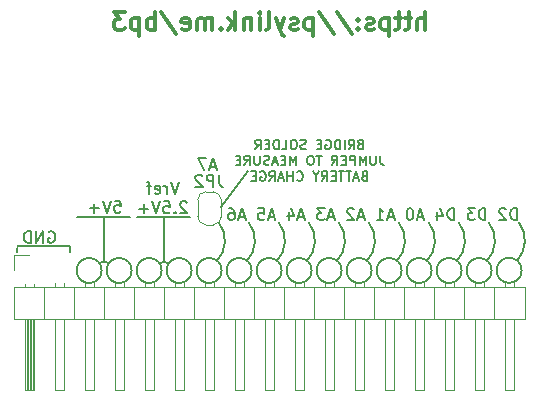
<source format=gbr>
G04 #@! TF.GenerationSoftware,KiCad,Pcbnew,5.1.5+dfsg1-2build2*
G04 #@! TF.CreationDate,2021-06-15T05:04:22+02:00*
G04 #@! TF.ProjectId,circuit9,63697263-7569-4743-992e-6b696361645f,rev?*
G04 #@! TF.SameCoordinates,Original*
G04 #@! TF.FileFunction,Legend,Bot*
G04 #@! TF.FilePolarity,Positive*
%FSLAX46Y46*%
G04 Gerber Fmt 4.6, Leading zero omitted, Abs format (unit mm)*
G04 Created by KiCad (PCBNEW 5.1.5+dfsg1-2build2) date 2021-06-15 05:04:22*
%MOMM*%
%LPD*%
G04 APERTURE LIST*
%ADD10C,0.150000*%
%ADD11C,0.200000*%
%ADD12C,0.300000*%
%ADD13C,0.120000*%
%ADD14O,1.700000X1.700000*%
%ADD15R,1.700000X1.700000*%
%ADD16R,6.000000X3.000000*%
%ADD17C,0.100000*%
G04 APERTURE END LIST*
D10*
X37473944Y-52386726D02*
G75*
G02X38201600Y-52374800I372056J-496074D01*
G01*
X32398973Y-52342630D02*
G75*
G02X33172399Y-52374801I367027J-489370D01*
G01*
X42713080Y-52984400D02*
G75*
G03X42713080Y-52984400I-1057080J0D01*
G01*
X42471511Y-48912673D02*
G75*
G02X42316399Y-52181320I-2034711J-1541448D01*
G01*
X32553080Y-52984400D02*
G75*
G03X32553080Y-52984400I-1057080J0D01*
G01*
X37633080Y-52984400D02*
G75*
G03X37633080Y-52984400I-1057080J0D01*
G01*
X35093080Y-52984400D02*
G75*
G03X35093080Y-52984400I-1057080J0D01*
G01*
X40173080Y-52984400D02*
G75*
G03X40173080Y-52984400I-1057080J0D01*
G01*
X45253080Y-52984400D02*
G75*
G03X45253080Y-52984400I-1057080J0D01*
G01*
X45011511Y-48912673D02*
G75*
G02X44856399Y-52181320I-2034711J-1541448D01*
G01*
X47793080Y-52984400D02*
G75*
G03X47793080Y-52984400I-1057080J0D01*
G01*
X47551511Y-48912673D02*
G75*
G02X47396399Y-52181320I-2034711J-1541448D01*
G01*
X50333080Y-52984400D02*
G75*
G03X50333080Y-52984400I-1057080J0D01*
G01*
X50091511Y-48912673D02*
G75*
G02X49936399Y-52181320I-2034711J-1541448D01*
G01*
X52873080Y-52984400D02*
G75*
G03X52873080Y-52984400I-1057080J0D01*
G01*
X52631511Y-48912673D02*
G75*
G02X52476399Y-52181320I-2034711J-1541448D01*
G01*
X55413080Y-52984400D02*
G75*
G03X55413080Y-52984400I-1057080J0D01*
G01*
X55171511Y-48912673D02*
G75*
G02X55016399Y-52181320I-2034711J-1541448D01*
G01*
X57953080Y-52984400D02*
G75*
G03X57953080Y-52984400I-1057080J0D01*
G01*
X57711511Y-48912673D02*
G75*
G02X57556399Y-52181320I-2034711J-1541448D01*
G01*
X60493080Y-52984400D02*
G75*
G03X60493080Y-52984400I-1057080J0D01*
G01*
X60251511Y-48912673D02*
G75*
G02X60096399Y-52181320I-2034711J-1541448D01*
G01*
X63033080Y-52984400D02*
G75*
G03X63033080Y-52984400I-1057080J0D01*
G01*
X62791511Y-48912673D02*
G75*
G02X62636399Y-52181320I-2034711J-1541448D01*
G01*
X65573080Y-52984400D02*
G75*
G03X65573080Y-52984400I-1057080J0D01*
G01*
X65331511Y-48912673D02*
G75*
G02X65176399Y-52181320I-2034711J-1541448D01*
G01*
X67871511Y-48902952D02*
G75*
G02X67716399Y-52171599I-2034711J-1541448D01*
G01*
X68113080Y-52974679D02*
G75*
G03X68113080Y-52974679I-1057080J0D01*
G01*
X44958000Y-44577000D02*
X42682160Y-47650400D01*
X54450714Y-42280857D02*
X54336428Y-42318952D01*
X54298333Y-42357047D01*
X54260238Y-42433238D01*
X54260238Y-42547523D01*
X54298333Y-42623714D01*
X54336428Y-42661809D01*
X54412619Y-42699904D01*
X54717380Y-42699904D01*
X54717380Y-41899904D01*
X54450714Y-41899904D01*
X54374523Y-41938000D01*
X54336428Y-41976095D01*
X54298333Y-42052285D01*
X54298333Y-42128476D01*
X54336428Y-42204666D01*
X54374523Y-42242761D01*
X54450714Y-42280857D01*
X54717380Y-42280857D01*
X53460238Y-42699904D02*
X53726904Y-42318952D01*
X53917380Y-42699904D02*
X53917380Y-41899904D01*
X53612619Y-41899904D01*
X53536428Y-41938000D01*
X53498333Y-41976095D01*
X53460238Y-42052285D01*
X53460238Y-42166571D01*
X53498333Y-42242761D01*
X53536428Y-42280857D01*
X53612619Y-42318952D01*
X53917380Y-42318952D01*
X53117380Y-42699904D02*
X53117380Y-41899904D01*
X52736428Y-42699904D02*
X52736428Y-41899904D01*
X52545952Y-41899904D01*
X52431666Y-41938000D01*
X52355476Y-42014190D01*
X52317380Y-42090380D01*
X52279285Y-42242761D01*
X52279285Y-42357047D01*
X52317380Y-42509428D01*
X52355476Y-42585619D01*
X52431666Y-42661809D01*
X52545952Y-42699904D01*
X52736428Y-42699904D01*
X51517380Y-41938000D02*
X51593571Y-41899904D01*
X51707857Y-41899904D01*
X51822142Y-41938000D01*
X51898333Y-42014190D01*
X51936428Y-42090380D01*
X51974523Y-42242761D01*
X51974523Y-42357047D01*
X51936428Y-42509428D01*
X51898333Y-42585619D01*
X51822142Y-42661809D01*
X51707857Y-42699904D01*
X51631666Y-42699904D01*
X51517380Y-42661809D01*
X51479285Y-42623714D01*
X51479285Y-42357047D01*
X51631666Y-42357047D01*
X51136428Y-42280857D02*
X50869761Y-42280857D01*
X50755476Y-42699904D02*
X51136428Y-42699904D01*
X51136428Y-41899904D01*
X50755476Y-41899904D01*
X49841190Y-42661809D02*
X49726904Y-42699904D01*
X49536428Y-42699904D01*
X49460238Y-42661809D01*
X49422142Y-42623714D01*
X49384047Y-42547523D01*
X49384047Y-42471333D01*
X49422142Y-42395142D01*
X49460238Y-42357047D01*
X49536428Y-42318952D01*
X49688809Y-42280857D01*
X49765000Y-42242761D01*
X49803095Y-42204666D01*
X49841190Y-42128476D01*
X49841190Y-42052285D01*
X49803095Y-41976095D01*
X49765000Y-41938000D01*
X49688809Y-41899904D01*
X49498333Y-41899904D01*
X49384047Y-41938000D01*
X48888809Y-41899904D02*
X48736428Y-41899904D01*
X48660238Y-41938000D01*
X48584047Y-42014190D01*
X48545952Y-42166571D01*
X48545952Y-42433238D01*
X48584047Y-42585619D01*
X48660238Y-42661809D01*
X48736428Y-42699904D01*
X48888809Y-42699904D01*
X48965000Y-42661809D01*
X49041190Y-42585619D01*
X49079285Y-42433238D01*
X49079285Y-42166571D01*
X49041190Y-42014190D01*
X48965000Y-41938000D01*
X48888809Y-41899904D01*
X47822142Y-42699904D02*
X48203095Y-42699904D01*
X48203095Y-41899904D01*
X47555476Y-42699904D02*
X47555476Y-41899904D01*
X47365000Y-41899904D01*
X47250714Y-41938000D01*
X47174523Y-42014190D01*
X47136428Y-42090380D01*
X47098333Y-42242761D01*
X47098333Y-42357047D01*
X47136428Y-42509428D01*
X47174523Y-42585619D01*
X47250714Y-42661809D01*
X47365000Y-42699904D01*
X47555476Y-42699904D01*
X46755476Y-42280857D02*
X46488809Y-42280857D01*
X46374523Y-42699904D02*
X46755476Y-42699904D01*
X46755476Y-41899904D01*
X46374523Y-41899904D01*
X45574523Y-42699904D02*
X45841190Y-42318952D01*
X46031666Y-42699904D02*
X46031666Y-41899904D01*
X45726904Y-41899904D01*
X45650714Y-41938000D01*
X45612619Y-41976095D01*
X45574523Y-42052285D01*
X45574523Y-42166571D01*
X45612619Y-42242761D01*
X45650714Y-42280857D01*
X45726904Y-42318952D01*
X46031666Y-42318952D01*
X56145952Y-43249904D02*
X56145952Y-43821333D01*
X56184047Y-43935619D01*
X56260238Y-44011809D01*
X56374523Y-44049904D01*
X56450714Y-44049904D01*
X55765000Y-43249904D02*
X55765000Y-43897523D01*
X55726904Y-43973714D01*
X55688809Y-44011809D01*
X55612619Y-44049904D01*
X55460238Y-44049904D01*
X55384047Y-44011809D01*
X55345952Y-43973714D01*
X55307857Y-43897523D01*
X55307857Y-43249904D01*
X54926904Y-44049904D02*
X54926904Y-43249904D01*
X54660238Y-43821333D01*
X54393571Y-43249904D01*
X54393571Y-44049904D01*
X54012619Y-44049904D02*
X54012619Y-43249904D01*
X53707857Y-43249904D01*
X53631666Y-43288000D01*
X53593571Y-43326095D01*
X53555476Y-43402285D01*
X53555476Y-43516571D01*
X53593571Y-43592761D01*
X53631666Y-43630857D01*
X53707857Y-43668952D01*
X54012619Y-43668952D01*
X53212619Y-43630857D02*
X52945952Y-43630857D01*
X52831666Y-44049904D02*
X53212619Y-44049904D01*
X53212619Y-43249904D01*
X52831666Y-43249904D01*
X52031666Y-44049904D02*
X52298333Y-43668952D01*
X52488809Y-44049904D02*
X52488809Y-43249904D01*
X52184047Y-43249904D01*
X52107857Y-43288000D01*
X52069761Y-43326095D01*
X52031666Y-43402285D01*
X52031666Y-43516571D01*
X52069761Y-43592761D01*
X52107857Y-43630857D01*
X52184047Y-43668952D01*
X52488809Y-43668952D01*
X51193571Y-43249904D02*
X50736428Y-43249904D01*
X50965000Y-44049904D02*
X50965000Y-43249904D01*
X50317380Y-43249904D02*
X50165000Y-43249904D01*
X50088809Y-43288000D01*
X50012619Y-43364190D01*
X49974523Y-43516571D01*
X49974523Y-43783238D01*
X50012619Y-43935619D01*
X50088809Y-44011809D01*
X50165000Y-44049904D01*
X50317380Y-44049904D01*
X50393571Y-44011809D01*
X50469761Y-43935619D01*
X50507857Y-43783238D01*
X50507857Y-43516571D01*
X50469761Y-43364190D01*
X50393571Y-43288000D01*
X50317380Y-43249904D01*
X49022142Y-44049904D02*
X49022142Y-43249904D01*
X48755476Y-43821333D01*
X48488809Y-43249904D01*
X48488809Y-44049904D01*
X48107857Y-43630857D02*
X47841190Y-43630857D01*
X47726904Y-44049904D02*
X48107857Y-44049904D01*
X48107857Y-43249904D01*
X47726904Y-43249904D01*
X47422142Y-43821333D02*
X47041190Y-43821333D01*
X47498333Y-44049904D02*
X47231666Y-43249904D01*
X46965000Y-44049904D01*
X46736428Y-44011809D02*
X46622142Y-44049904D01*
X46431666Y-44049904D01*
X46355476Y-44011809D01*
X46317380Y-43973714D01*
X46279285Y-43897523D01*
X46279285Y-43821333D01*
X46317380Y-43745142D01*
X46355476Y-43707047D01*
X46431666Y-43668952D01*
X46584047Y-43630857D01*
X46660238Y-43592761D01*
X46698333Y-43554666D01*
X46736428Y-43478476D01*
X46736428Y-43402285D01*
X46698333Y-43326095D01*
X46660238Y-43288000D01*
X46584047Y-43249904D01*
X46393571Y-43249904D01*
X46279285Y-43288000D01*
X45936428Y-43249904D02*
X45936428Y-43897523D01*
X45898333Y-43973714D01*
X45860238Y-44011809D01*
X45784047Y-44049904D01*
X45631666Y-44049904D01*
X45555476Y-44011809D01*
X45517380Y-43973714D01*
X45479285Y-43897523D01*
X45479285Y-43249904D01*
X44641190Y-44049904D02*
X44907857Y-43668952D01*
X45098333Y-44049904D02*
X45098333Y-43249904D01*
X44793571Y-43249904D01*
X44717380Y-43288000D01*
X44679285Y-43326095D01*
X44641190Y-43402285D01*
X44641190Y-43516571D01*
X44679285Y-43592761D01*
X44717380Y-43630857D01*
X44793571Y-43668952D01*
X45098333Y-43668952D01*
X44298333Y-43630857D02*
X44031666Y-43630857D01*
X43917380Y-44049904D02*
X44298333Y-44049904D01*
X44298333Y-43249904D01*
X43917380Y-43249904D01*
X54793571Y-44980857D02*
X54679285Y-45018952D01*
X54641190Y-45057047D01*
X54603095Y-45133238D01*
X54603095Y-45247523D01*
X54641190Y-45323714D01*
X54679285Y-45361809D01*
X54755476Y-45399904D01*
X55060238Y-45399904D01*
X55060238Y-44599904D01*
X54793571Y-44599904D01*
X54717380Y-44638000D01*
X54679285Y-44676095D01*
X54641190Y-44752285D01*
X54641190Y-44828476D01*
X54679285Y-44904666D01*
X54717380Y-44942761D01*
X54793571Y-44980857D01*
X55060238Y-44980857D01*
X54298333Y-45171333D02*
X53917380Y-45171333D01*
X54374523Y-45399904D02*
X54107857Y-44599904D01*
X53841190Y-45399904D01*
X53688809Y-44599904D02*
X53231666Y-44599904D01*
X53460238Y-45399904D02*
X53460238Y-44599904D01*
X53079285Y-44599904D02*
X52622142Y-44599904D01*
X52850714Y-45399904D02*
X52850714Y-44599904D01*
X52355476Y-44980857D02*
X52088809Y-44980857D01*
X51974523Y-45399904D02*
X52355476Y-45399904D01*
X52355476Y-44599904D01*
X51974523Y-44599904D01*
X51174523Y-45399904D02*
X51441190Y-45018952D01*
X51631666Y-45399904D02*
X51631666Y-44599904D01*
X51326904Y-44599904D01*
X51250714Y-44638000D01*
X51212619Y-44676095D01*
X51174523Y-44752285D01*
X51174523Y-44866571D01*
X51212619Y-44942761D01*
X51250714Y-44980857D01*
X51326904Y-45018952D01*
X51631666Y-45018952D01*
X50679285Y-45018952D02*
X50679285Y-45399904D01*
X50945952Y-44599904D02*
X50679285Y-45018952D01*
X50412619Y-44599904D01*
X49079285Y-45323714D02*
X49117380Y-45361809D01*
X49231666Y-45399904D01*
X49307857Y-45399904D01*
X49422142Y-45361809D01*
X49498333Y-45285619D01*
X49536428Y-45209428D01*
X49574523Y-45057047D01*
X49574523Y-44942761D01*
X49536428Y-44790380D01*
X49498333Y-44714190D01*
X49422142Y-44638000D01*
X49307857Y-44599904D01*
X49231666Y-44599904D01*
X49117380Y-44638000D01*
X49079285Y-44676095D01*
X48736428Y-45399904D02*
X48736428Y-44599904D01*
X48736428Y-44980857D02*
X48279285Y-44980857D01*
X48279285Y-45399904D02*
X48279285Y-44599904D01*
X47936428Y-45171333D02*
X47555476Y-45171333D01*
X48012619Y-45399904D02*
X47745952Y-44599904D01*
X47479285Y-45399904D01*
X46755476Y-45399904D02*
X47022142Y-45018952D01*
X47212619Y-45399904D02*
X47212619Y-44599904D01*
X46907857Y-44599904D01*
X46831666Y-44638000D01*
X46793571Y-44676095D01*
X46755476Y-44752285D01*
X46755476Y-44866571D01*
X46793571Y-44942761D01*
X46831666Y-44980857D01*
X46907857Y-45018952D01*
X47212619Y-45018952D01*
X45993571Y-44638000D02*
X46069761Y-44599904D01*
X46184047Y-44599904D01*
X46298333Y-44638000D01*
X46374523Y-44714190D01*
X46412619Y-44790380D01*
X46450714Y-44942761D01*
X46450714Y-45057047D01*
X46412619Y-45209428D01*
X46374523Y-45285619D01*
X46298333Y-45361809D01*
X46184047Y-45399904D01*
X46107857Y-45399904D01*
X45993571Y-45361809D01*
X45955476Y-45323714D01*
X45955476Y-45057047D01*
X46107857Y-45057047D01*
X45612619Y-44980857D02*
X45345952Y-44980857D01*
X45231666Y-45399904D02*
X45612619Y-45399904D01*
X45612619Y-44599904D01*
X45231666Y-44599904D01*
D11*
X42228045Y-44207726D02*
X41751855Y-44207726D01*
X42323283Y-44493440D02*
X41989950Y-43493440D01*
X41656617Y-44493440D01*
X41418521Y-43493440D02*
X40751855Y-43493440D01*
X41180426Y-44493440D01*
X67708666Y-48703333D02*
X67708666Y-47723333D01*
X67475333Y-47723333D01*
X67335333Y-47770000D01*
X67242000Y-47863333D01*
X67195333Y-47956666D01*
X67148666Y-48143333D01*
X67148666Y-48283333D01*
X67195333Y-48470000D01*
X67242000Y-48563333D01*
X67335333Y-48656666D01*
X67475333Y-48703333D01*
X67708666Y-48703333D01*
X66775333Y-47816666D02*
X66728666Y-47770000D01*
X66635333Y-47723333D01*
X66402000Y-47723333D01*
X66308666Y-47770000D01*
X66262000Y-47816666D01*
X66215333Y-47910000D01*
X66215333Y-48003333D01*
X66262000Y-48143333D01*
X66822000Y-48703333D01*
X66215333Y-48703333D01*
X65048666Y-48703333D02*
X65048666Y-47723333D01*
X64815333Y-47723333D01*
X64675333Y-47770000D01*
X64582000Y-47863333D01*
X64535333Y-47956666D01*
X64488666Y-48143333D01*
X64488666Y-48283333D01*
X64535333Y-48470000D01*
X64582000Y-48563333D01*
X64675333Y-48656666D01*
X64815333Y-48703333D01*
X65048666Y-48703333D01*
X64162000Y-47723333D02*
X63555333Y-47723333D01*
X63882000Y-48096666D01*
X63742000Y-48096666D01*
X63648666Y-48143333D01*
X63602000Y-48190000D01*
X63555333Y-48283333D01*
X63555333Y-48516666D01*
X63602000Y-48610000D01*
X63648666Y-48656666D01*
X63742000Y-48703333D01*
X64022000Y-48703333D01*
X64115333Y-48656666D01*
X64162000Y-48610000D01*
X62388666Y-48703333D02*
X62388666Y-47723333D01*
X62155333Y-47723333D01*
X62015333Y-47770000D01*
X61922000Y-47863333D01*
X61875333Y-47956666D01*
X61828666Y-48143333D01*
X61828666Y-48283333D01*
X61875333Y-48470000D01*
X61922000Y-48563333D01*
X62015333Y-48656666D01*
X62155333Y-48703333D01*
X62388666Y-48703333D01*
X60988666Y-48050000D02*
X60988666Y-48703333D01*
X61222000Y-47676666D02*
X61455333Y-48376666D01*
X60848666Y-48376666D01*
X59775333Y-48423333D02*
X59308666Y-48423333D01*
X59868666Y-48703333D02*
X59542000Y-47723333D01*
X59215333Y-48703333D01*
X58702000Y-47723333D02*
X58608666Y-47723333D01*
X58515333Y-47770000D01*
X58468666Y-47816666D01*
X58422000Y-47910000D01*
X58375333Y-48096666D01*
X58375333Y-48330000D01*
X58422000Y-48516666D01*
X58468666Y-48610000D01*
X58515333Y-48656666D01*
X58608666Y-48703333D01*
X58702000Y-48703333D01*
X58795333Y-48656666D01*
X58842000Y-48610000D01*
X58888666Y-48516666D01*
X58935333Y-48330000D01*
X58935333Y-48096666D01*
X58888666Y-47910000D01*
X58842000Y-47816666D01*
X58795333Y-47770000D01*
X58702000Y-47723333D01*
X57255333Y-48423333D02*
X56788666Y-48423333D01*
X57348666Y-48703333D02*
X57022000Y-47723333D01*
X56695333Y-48703333D01*
X55855333Y-48703333D02*
X56415333Y-48703333D01*
X56135333Y-48703333D02*
X56135333Y-47723333D01*
X56228666Y-47863333D01*
X56322000Y-47956666D01*
X56415333Y-48003333D01*
X54735333Y-48423333D02*
X54268666Y-48423333D01*
X54828666Y-48703333D02*
X54502000Y-47723333D01*
X54175333Y-48703333D01*
X53895333Y-47816666D02*
X53848666Y-47770000D01*
X53755333Y-47723333D01*
X53522000Y-47723333D01*
X53428666Y-47770000D01*
X53382000Y-47816666D01*
X53335333Y-47910000D01*
X53335333Y-48003333D01*
X53382000Y-48143333D01*
X53942000Y-48703333D01*
X53335333Y-48703333D01*
X52215333Y-48423333D02*
X51748666Y-48423333D01*
X52308666Y-48703333D02*
X51982000Y-47723333D01*
X51655333Y-48703333D01*
X51422000Y-47723333D02*
X50815333Y-47723333D01*
X51142000Y-48096666D01*
X51002000Y-48096666D01*
X50908666Y-48143333D01*
X50862000Y-48190000D01*
X50815333Y-48283333D01*
X50815333Y-48516666D01*
X50862000Y-48610000D01*
X50908666Y-48656666D01*
X51002000Y-48703333D01*
X51282000Y-48703333D01*
X51375333Y-48656666D01*
X51422000Y-48610000D01*
X49695333Y-48423333D02*
X49228666Y-48423333D01*
X49788666Y-48703333D02*
X49462000Y-47723333D01*
X49135333Y-48703333D01*
X48388666Y-48050000D02*
X48388666Y-48703333D01*
X48622000Y-47676666D02*
X48855333Y-48376666D01*
X48248666Y-48376666D01*
X47175333Y-48423333D02*
X46708666Y-48423333D01*
X47268666Y-48703333D02*
X46942000Y-47723333D01*
X46615333Y-48703333D01*
X45822000Y-47723333D02*
X46288666Y-47723333D01*
X46335333Y-48190000D01*
X46288666Y-48143333D01*
X46195333Y-48096666D01*
X45962000Y-48096666D01*
X45868666Y-48143333D01*
X45822000Y-48190000D01*
X45775333Y-48283333D01*
X45775333Y-48516666D01*
X45822000Y-48610000D01*
X45868666Y-48656666D01*
X45962000Y-48703333D01*
X46195333Y-48703333D01*
X46288666Y-48656666D01*
X46335333Y-48610000D01*
X44655333Y-48423333D02*
X44188666Y-48423333D01*
X44748666Y-48703333D02*
X44422000Y-47723333D01*
X44095333Y-48703333D01*
X43348666Y-47723333D02*
X43535333Y-47723333D01*
X43628666Y-47770000D01*
X43675333Y-47816666D01*
X43768666Y-47956666D01*
X43815333Y-48143333D01*
X43815333Y-48516666D01*
X43768666Y-48610000D01*
X43722000Y-48656666D01*
X43628666Y-48703333D01*
X43442000Y-48703333D01*
X43348666Y-48656666D01*
X43302000Y-48610000D01*
X43255333Y-48516666D01*
X43255333Y-48283333D01*
X43302000Y-48190000D01*
X43348666Y-48143333D01*
X43442000Y-48096666D01*
X43628666Y-48096666D01*
X43722000Y-48143333D01*
X43768666Y-48190000D01*
X43815333Y-48283333D01*
D12*
X59929657Y-32631771D02*
X59929657Y-31131771D01*
X59286800Y-32631771D02*
X59286800Y-31846057D01*
X59358228Y-31703200D01*
X59501085Y-31631771D01*
X59715371Y-31631771D01*
X59858228Y-31703200D01*
X59929657Y-31774628D01*
X58786800Y-31631771D02*
X58215371Y-31631771D01*
X58572514Y-31131771D02*
X58572514Y-32417485D01*
X58501085Y-32560342D01*
X58358228Y-32631771D01*
X58215371Y-32631771D01*
X57929657Y-31631771D02*
X57358228Y-31631771D01*
X57715371Y-31131771D02*
X57715371Y-32417485D01*
X57643942Y-32560342D01*
X57501085Y-32631771D01*
X57358228Y-32631771D01*
X56858228Y-31631771D02*
X56858228Y-33131771D01*
X56858228Y-31703200D02*
X56715371Y-31631771D01*
X56429657Y-31631771D01*
X56286800Y-31703200D01*
X56215371Y-31774628D01*
X56143942Y-31917485D01*
X56143942Y-32346057D01*
X56215371Y-32488914D01*
X56286800Y-32560342D01*
X56429657Y-32631771D01*
X56715371Y-32631771D01*
X56858228Y-32560342D01*
X55572514Y-32560342D02*
X55429657Y-32631771D01*
X55143942Y-32631771D01*
X55001085Y-32560342D01*
X54929657Y-32417485D01*
X54929657Y-32346057D01*
X55001085Y-32203200D01*
X55143942Y-32131771D01*
X55358228Y-32131771D01*
X55501085Y-32060342D01*
X55572514Y-31917485D01*
X55572514Y-31846057D01*
X55501085Y-31703200D01*
X55358228Y-31631771D01*
X55143942Y-31631771D01*
X55001085Y-31703200D01*
X54286800Y-32488914D02*
X54215371Y-32560342D01*
X54286800Y-32631771D01*
X54358228Y-32560342D01*
X54286800Y-32488914D01*
X54286800Y-32631771D01*
X54286800Y-31703200D02*
X54215371Y-31774628D01*
X54286800Y-31846057D01*
X54358228Y-31774628D01*
X54286800Y-31703200D01*
X54286800Y-31846057D01*
X52501085Y-31060342D02*
X53786800Y-32988914D01*
X50929657Y-31060342D02*
X52215371Y-32988914D01*
X50429657Y-31631771D02*
X50429657Y-33131771D01*
X50429657Y-31703200D02*
X50286800Y-31631771D01*
X50001085Y-31631771D01*
X49858228Y-31703200D01*
X49786800Y-31774628D01*
X49715371Y-31917485D01*
X49715371Y-32346057D01*
X49786800Y-32488914D01*
X49858228Y-32560342D01*
X50001085Y-32631771D01*
X50286800Y-32631771D01*
X50429657Y-32560342D01*
X49143942Y-32560342D02*
X49001085Y-32631771D01*
X48715371Y-32631771D01*
X48572514Y-32560342D01*
X48501085Y-32417485D01*
X48501085Y-32346057D01*
X48572514Y-32203200D01*
X48715371Y-32131771D01*
X48929657Y-32131771D01*
X49072514Y-32060342D01*
X49143942Y-31917485D01*
X49143942Y-31846057D01*
X49072514Y-31703200D01*
X48929657Y-31631771D01*
X48715371Y-31631771D01*
X48572514Y-31703200D01*
X48001085Y-31631771D02*
X47643942Y-32631771D01*
X47286800Y-31631771D02*
X47643942Y-32631771D01*
X47786800Y-32988914D01*
X47858228Y-33060342D01*
X48001085Y-33131771D01*
X46501085Y-32631771D02*
X46643942Y-32560342D01*
X46715371Y-32417485D01*
X46715371Y-31131771D01*
X45929657Y-32631771D02*
X45929657Y-31631771D01*
X45929657Y-31131771D02*
X46001085Y-31203200D01*
X45929657Y-31274628D01*
X45858228Y-31203200D01*
X45929657Y-31131771D01*
X45929657Y-31274628D01*
X45215371Y-31631771D02*
X45215371Y-32631771D01*
X45215371Y-31774628D02*
X45143942Y-31703200D01*
X45001085Y-31631771D01*
X44786800Y-31631771D01*
X44643942Y-31703200D01*
X44572514Y-31846057D01*
X44572514Y-32631771D01*
X43858228Y-32631771D02*
X43858228Y-31131771D01*
X43715371Y-32060342D02*
X43286800Y-32631771D01*
X43286800Y-31631771D02*
X43858228Y-32203200D01*
X42643942Y-32488914D02*
X42572514Y-32560342D01*
X42643942Y-32631771D01*
X42715371Y-32560342D01*
X42643942Y-32488914D01*
X42643942Y-32631771D01*
X41929657Y-32631771D02*
X41929657Y-31631771D01*
X41929657Y-31774628D02*
X41858228Y-31703200D01*
X41715371Y-31631771D01*
X41501085Y-31631771D01*
X41358228Y-31703200D01*
X41286800Y-31846057D01*
X41286800Y-32631771D01*
X41286800Y-31846057D02*
X41215371Y-31703200D01*
X41072514Y-31631771D01*
X40858228Y-31631771D01*
X40715371Y-31703200D01*
X40643942Y-31846057D01*
X40643942Y-32631771D01*
X39358228Y-32560342D02*
X39501085Y-32631771D01*
X39786800Y-32631771D01*
X39929657Y-32560342D01*
X40001085Y-32417485D01*
X40001085Y-31846057D01*
X39929657Y-31703200D01*
X39786800Y-31631771D01*
X39501085Y-31631771D01*
X39358228Y-31703200D01*
X39286800Y-31846057D01*
X39286800Y-31988914D01*
X40001085Y-32131771D01*
X37572514Y-31060342D02*
X38858228Y-32988914D01*
X37072514Y-32631771D02*
X37072514Y-31131771D01*
X37072514Y-31703200D02*
X36929657Y-31631771D01*
X36643942Y-31631771D01*
X36501085Y-31703200D01*
X36429657Y-31774628D01*
X36358228Y-31917485D01*
X36358228Y-32346057D01*
X36429657Y-32488914D01*
X36501085Y-32560342D01*
X36643942Y-32631771D01*
X36929657Y-32631771D01*
X37072514Y-32560342D01*
X35715371Y-31631771D02*
X35715371Y-33131771D01*
X35715371Y-31703200D02*
X35572514Y-31631771D01*
X35286800Y-31631771D01*
X35143942Y-31703200D01*
X35072514Y-31774628D01*
X35001085Y-31917485D01*
X35001085Y-32346057D01*
X35072514Y-32488914D01*
X35143942Y-32560342D01*
X35286800Y-32631771D01*
X35572514Y-32631771D01*
X35715371Y-32560342D01*
X34501085Y-31131771D02*
X33572514Y-31131771D01*
X34072514Y-31703200D01*
X33858228Y-31703200D01*
X33715371Y-31774628D01*
X33643942Y-31846057D01*
X33572514Y-31988914D01*
X33572514Y-32346057D01*
X33643942Y-32488914D01*
X33715371Y-32560342D01*
X33858228Y-32631771D01*
X34286800Y-32631771D01*
X34429657Y-32560342D01*
X34501085Y-32488914D01*
D10*
X28066904Y-49690400D02*
X28162142Y-49642780D01*
X28305000Y-49642780D01*
X28447857Y-49690400D01*
X28543095Y-49785638D01*
X28590714Y-49880876D01*
X28638333Y-50071352D01*
X28638333Y-50214209D01*
X28590714Y-50404685D01*
X28543095Y-50499923D01*
X28447857Y-50595161D01*
X28305000Y-50642780D01*
X28209761Y-50642780D01*
X28066904Y-50595161D01*
X28019285Y-50547542D01*
X28019285Y-50214209D01*
X28209761Y-50214209D01*
X27590714Y-50642780D02*
X27590714Y-49642780D01*
X27019285Y-50642780D01*
X27019285Y-49642780D01*
X26543095Y-50642780D02*
X26543095Y-49642780D01*
X26305000Y-49642780D01*
X26162142Y-49690400D01*
X26066904Y-49785638D01*
X26019285Y-49880876D01*
X25971666Y-50071352D01*
X25971666Y-50214209D01*
X26019285Y-50404685D01*
X26066904Y-50499923D01*
X26162142Y-50595161D01*
X26305000Y-50642780D01*
X26543095Y-50642780D01*
X39076142Y-45490380D02*
X38742809Y-46490380D01*
X38409476Y-45490380D01*
X38076142Y-46490380D02*
X38076142Y-45823714D01*
X38076142Y-46014190D02*
X38028523Y-45918952D01*
X37980904Y-45871333D01*
X37885666Y-45823714D01*
X37790428Y-45823714D01*
X37076142Y-46442761D02*
X37171380Y-46490380D01*
X37361857Y-46490380D01*
X37457095Y-46442761D01*
X37504714Y-46347523D01*
X37504714Y-45966571D01*
X37457095Y-45871333D01*
X37361857Y-45823714D01*
X37171380Y-45823714D01*
X37076142Y-45871333D01*
X37028523Y-45966571D01*
X37028523Y-46061809D01*
X37504714Y-46157047D01*
X36742809Y-45823714D02*
X36361857Y-45823714D01*
X36599952Y-46490380D02*
X36599952Y-45633238D01*
X36552333Y-45538000D01*
X36457095Y-45490380D01*
X36361857Y-45490380D01*
X39766619Y-47235619D02*
X39719000Y-47188000D01*
X39623761Y-47140380D01*
X39385666Y-47140380D01*
X39290428Y-47188000D01*
X39242809Y-47235619D01*
X39195190Y-47330857D01*
X39195190Y-47426095D01*
X39242809Y-47568952D01*
X39814238Y-48140380D01*
X39195190Y-48140380D01*
X38766619Y-48045142D02*
X38719000Y-48092761D01*
X38766619Y-48140380D01*
X38814238Y-48092761D01*
X38766619Y-48045142D01*
X38766619Y-48140380D01*
X37814238Y-47140380D02*
X38290428Y-47140380D01*
X38338047Y-47616571D01*
X38290428Y-47568952D01*
X38195190Y-47521333D01*
X37957095Y-47521333D01*
X37861857Y-47568952D01*
X37814238Y-47616571D01*
X37766619Y-47711809D01*
X37766619Y-47949904D01*
X37814238Y-48045142D01*
X37861857Y-48092761D01*
X37957095Y-48140380D01*
X38195190Y-48140380D01*
X38290428Y-48092761D01*
X38338047Y-48045142D01*
X37480904Y-47140380D02*
X37147571Y-48140380D01*
X36814238Y-47140380D01*
X36480904Y-47759428D02*
X35719000Y-47759428D01*
X36099952Y-48140380D02*
X36099952Y-47378476D01*
X33651723Y-47077380D02*
X34127914Y-47077380D01*
X34175533Y-47553571D01*
X34127914Y-47505952D01*
X34032676Y-47458333D01*
X33794580Y-47458333D01*
X33699342Y-47505952D01*
X33651723Y-47553571D01*
X33604104Y-47648809D01*
X33604104Y-47886904D01*
X33651723Y-47982142D01*
X33699342Y-48029761D01*
X33794580Y-48077380D01*
X34032676Y-48077380D01*
X34127914Y-48029761D01*
X34175533Y-47982142D01*
X33318390Y-47077380D02*
X32985057Y-48077380D01*
X32651723Y-47077380D01*
X32318390Y-47696428D02*
X31556485Y-47696428D01*
X31937438Y-48077380D02*
X31937438Y-47315476D01*
X35585400Y-48425100D02*
X40030400Y-48425100D01*
X37846000Y-52273200D02*
X37846000Y-48425100D01*
X30505400Y-48425100D02*
X34950400Y-48425100D01*
X32766000Y-52222400D02*
X32766000Y-48425100D01*
X29845000Y-50952400D02*
X29845000Y-51460400D01*
X25400000Y-50952400D02*
X29845000Y-50952400D01*
X25400000Y-51460400D02*
X25400000Y-50952400D01*
D13*
X42681400Y-47016440D02*
G75*
G03X41981400Y-46316440I-700000J0D01*
G01*
X41381400Y-46316440D02*
G75*
G03X40681400Y-47016440I0J-700000D01*
G01*
X40681400Y-48416440D02*
G75*
G03X41381400Y-49116440I700000J0D01*
G01*
X41981400Y-49116440D02*
G75*
G03X42681400Y-48416440I0J700000D01*
G01*
X41381400Y-49116440D02*
X41981400Y-49116440D01*
X40681400Y-47016440D02*
X40681400Y-48416440D01*
X41981400Y-46316440D02*
X41381400Y-46316440D01*
X42681400Y-48416440D02*
X42681400Y-47016440D01*
X25153620Y-51714400D02*
X25153620Y-52984400D01*
X26423620Y-51714400D02*
X25153620Y-51714400D01*
X67443620Y-54027329D02*
X67443620Y-54424400D01*
X66683620Y-54027329D02*
X66683620Y-54424400D01*
X67443620Y-63084400D02*
X67443620Y-57084400D01*
X66683620Y-63084400D02*
X67443620Y-63084400D01*
X66683620Y-57084400D02*
X66683620Y-63084400D01*
X65793620Y-54424400D02*
X65793620Y-57084400D01*
X64903620Y-54027329D02*
X64903620Y-54424400D01*
X64143620Y-54027329D02*
X64143620Y-54424400D01*
X64903620Y-63084400D02*
X64903620Y-57084400D01*
X64143620Y-63084400D02*
X64903620Y-63084400D01*
X64143620Y-57084400D02*
X64143620Y-63084400D01*
X63253620Y-54424400D02*
X63253620Y-57084400D01*
X62363620Y-54027329D02*
X62363620Y-54424400D01*
X61603620Y-54027329D02*
X61603620Y-54424400D01*
X62363620Y-63084400D02*
X62363620Y-57084400D01*
X61603620Y-63084400D02*
X62363620Y-63084400D01*
X61603620Y-57084400D02*
X61603620Y-63084400D01*
X60713620Y-54424400D02*
X60713620Y-57084400D01*
X59823620Y-54027329D02*
X59823620Y-54424400D01*
X59063620Y-54027329D02*
X59063620Y-54424400D01*
X59823620Y-63084400D02*
X59823620Y-57084400D01*
X59063620Y-63084400D02*
X59823620Y-63084400D01*
X59063620Y-57084400D02*
X59063620Y-63084400D01*
X58173620Y-54424400D02*
X58173620Y-57084400D01*
X57283620Y-54027329D02*
X57283620Y-54424400D01*
X56523620Y-54027329D02*
X56523620Y-54424400D01*
X57283620Y-63084400D02*
X57283620Y-57084400D01*
X56523620Y-63084400D02*
X57283620Y-63084400D01*
X56523620Y-57084400D02*
X56523620Y-63084400D01*
X55633620Y-54424400D02*
X55633620Y-57084400D01*
X54743620Y-54027329D02*
X54743620Y-54424400D01*
X53983620Y-54027329D02*
X53983620Y-54424400D01*
X54743620Y-63084400D02*
X54743620Y-57084400D01*
X53983620Y-63084400D02*
X54743620Y-63084400D01*
X53983620Y-57084400D02*
X53983620Y-63084400D01*
X53093620Y-54424400D02*
X53093620Y-57084400D01*
X52203620Y-54027329D02*
X52203620Y-54424400D01*
X51443620Y-54027329D02*
X51443620Y-54424400D01*
X52203620Y-63084400D02*
X52203620Y-57084400D01*
X51443620Y-63084400D02*
X52203620Y-63084400D01*
X51443620Y-57084400D02*
X51443620Y-63084400D01*
X50553620Y-54424400D02*
X50553620Y-57084400D01*
X49663620Y-54027329D02*
X49663620Y-54424400D01*
X48903620Y-54027329D02*
X48903620Y-54424400D01*
X49663620Y-63084400D02*
X49663620Y-57084400D01*
X48903620Y-63084400D02*
X49663620Y-63084400D01*
X48903620Y-57084400D02*
X48903620Y-63084400D01*
X48013620Y-54424400D02*
X48013620Y-57084400D01*
X47123620Y-54027329D02*
X47123620Y-54424400D01*
X46363620Y-54027329D02*
X46363620Y-54424400D01*
X47123620Y-63084400D02*
X47123620Y-57084400D01*
X46363620Y-63084400D02*
X47123620Y-63084400D01*
X46363620Y-57084400D02*
X46363620Y-63084400D01*
X45473620Y-54424400D02*
X45473620Y-57084400D01*
X44583620Y-54027329D02*
X44583620Y-54424400D01*
X43823620Y-54027329D02*
X43823620Y-54424400D01*
X44583620Y-63084400D02*
X44583620Y-57084400D01*
X43823620Y-63084400D02*
X44583620Y-63084400D01*
X43823620Y-57084400D02*
X43823620Y-63084400D01*
X42933620Y-54424400D02*
X42933620Y-57084400D01*
X42043620Y-54027329D02*
X42043620Y-54424400D01*
X41283620Y-54027329D02*
X41283620Y-54424400D01*
X42043620Y-63084400D02*
X42043620Y-57084400D01*
X41283620Y-63084400D02*
X42043620Y-63084400D01*
X41283620Y-57084400D02*
X41283620Y-63084400D01*
X40393620Y-54424400D02*
X40393620Y-57084400D01*
X39503620Y-54027329D02*
X39503620Y-54424400D01*
X38743620Y-54027329D02*
X38743620Y-54424400D01*
X39503620Y-63084400D02*
X39503620Y-57084400D01*
X38743620Y-63084400D02*
X39503620Y-63084400D01*
X38743620Y-57084400D02*
X38743620Y-63084400D01*
X37853620Y-54424400D02*
X37853620Y-57084400D01*
X36963620Y-54027329D02*
X36963620Y-54424400D01*
X36203620Y-54027329D02*
X36203620Y-54424400D01*
X36963620Y-63084400D02*
X36963620Y-57084400D01*
X36203620Y-63084400D02*
X36963620Y-63084400D01*
X36203620Y-57084400D02*
X36203620Y-63084400D01*
X35313620Y-54424400D02*
X35313620Y-57084400D01*
X34423620Y-54027329D02*
X34423620Y-54424400D01*
X33663620Y-54027329D02*
X33663620Y-54424400D01*
X34423620Y-63084400D02*
X34423620Y-57084400D01*
X33663620Y-63084400D02*
X34423620Y-63084400D01*
X33663620Y-57084400D02*
X33663620Y-63084400D01*
X32773620Y-54424400D02*
X32773620Y-57084400D01*
X31883620Y-54027329D02*
X31883620Y-54424400D01*
X31123620Y-54027329D02*
X31123620Y-54424400D01*
X31883620Y-63084400D02*
X31883620Y-57084400D01*
X31123620Y-63084400D02*
X31883620Y-63084400D01*
X31123620Y-57084400D02*
X31123620Y-63084400D01*
X30233620Y-54424400D02*
X30233620Y-57084400D01*
X29343620Y-54027329D02*
X29343620Y-54424400D01*
X28583620Y-54027329D02*
X28583620Y-54424400D01*
X29343620Y-63084400D02*
X29343620Y-57084400D01*
X28583620Y-63084400D02*
X29343620Y-63084400D01*
X28583620Y-57084400D02*
X28583620Y-63084400D01*
X27693620Y-54424400D02*
X27693620Y-57084400D01*
X26803620Y-54094400D02*
X26803620Y-54424400D01*
X26043620Y-54094400D02*
X26043620Y-54424400D01*
X26703620Y-57084400D02*
X26703620Y-63084400D01*
X26583620Y-57084400D02*
X26583620Y-63084400D01*
X26463620Y-57084400D02*
X26463620Y-63084400D01*
X26343620Y-57084400D02*
X26343620Y-63084400D01*
X26223620Y-57084400D02*
X26223620Y-63084400D01*
X26103620Y-57084400D02*
X26103620Y-63084400D01*
X26803620Y-63084400D02*
X26803620Y-57084400D01*
X26043620Y-63084400D02*
X26803620Y-63084400D01*
X26043620Y-57084400D02*
X26043620Y-63084400D01*
X25093620Y-57084400D02*
X25093620Y-54424400D01*
X68393620Y-57084400D02*
X25093620Y-57084400D01*
X68393620Y-54424400D02*
X68393620Y-57084400D01*
X25093620Y-54424400D02*
X68393620Y-54424400D01*
D10*
X42489333Y-44880520D02*
X42489333Y-45594806D01*
X42536952Y-45737663D01*
X42632190Y-45832901D01*
X42775047Y-45880520D01*
X42870285Y-45880520D01*
X42013142Y-45880520D02*
X42013142Y-44880520D01*
X41632190Y-44880520D01*
X41536952Y-44928140D01*
X41489333Y-44975759D01*
X41441714Y-45070997D01*
X41441714Y-45213854D01*
X41489333Y-45309092D01*
X41536952Y-45356711D01*
X41632190Y-45404330D01*
X42013142Y-45404330D01*
X41060761Y-44975759D02*
X41013142Y-44928140D01*
X40917904Y-44880520D01*
X40679809Y-44880520D01*
X40584571Y-44928140D01*
X40536952Y-44975759D01*
X40489333Y-45070997D01*
X40489333Y-45166235D01*
X40536952Y-45309092D01*
X41108380Y-45880520D01*
X40489333Y-45880520D01*
%LPC*%
D14*
X67056000Y-50457100D03*
X64516000Y-50457100D03*
X61976000Y-50457100D03*
X59436000Y-50457100D03*
X56896000Y-50457100D03*
X54356000Y-50457100D03*
X51816000Y-50457100D03*
X49276000Y-50457100D03*
X46736000Y-50457100D03*
X44196000Y-50457100D03*
X41656000Y-50457100D03*
X39116000Y-50457100D03*
X36576000Y-50457100D03*
D15*
X34036000Y-50457100D03*
D14*
X31496000Y-50457100D03*
X67056000Y-35217100D03*
X64516000Y-35217100D03*
X61976000Y-35217100D03*
X59436000Y-35217100D03*
X56896000Y-35217100D03*
X54356000Y-35217100D03*
X51816000Y-35217100D03*
X49276000Y-35217100D03*
X46736000Y-35217100D03*
X44196000Y-35217100D03*
X41656000Y-35217100D03*
D15*
X39116000Y-35217100D03*
D14*
X36576000Y-35217100D03*
X34036000Y-35217100D03*
X31496000Y-35217100D03*
D16*
X61624400Y-27355800D03*
X32224400Y-27355800D03*
X67224400Y-27355800D03*
X26624400Y-27355800D03*
D14*
X24521160Y-40815260D03*
X24521160Y-38275260D03*
X24521160Y-35735260D03*
D17*
G36*
X42431400Y-47866440D02*
G01*
X42431400Y-48366440D01*
X42430798Y-48366440D01*
X42430798Y-48390974D01*
X42425988Y-48439805D01*
X42416416Y-48487930D01*
X42402172Y-48534885D01*
X42383395Y-48580218D01*
X42360264Y-48623491D01*
X42333004Y-48664290D01*
X42301876Y-48702219D01*
X42267179Y-48736916D01*
X42229250Y-48768044D01*
X42188451Y-48795304D01*
X42145178Y-48818435D01*
X42099845Y-48837212D01*
X42052890Y-48851456D01*
X42004765Y-48861028D01*
X41955934Y-48865838D01*
X41931400Y-48865838D01*
X41931400Y-48866440D01*
X41431400Y-48866440D01*
X41431400Y-48865838D01*
X41406866Y-48865838D01*
X41358035Y-48861028D01*
X41309910Y-48851456D01*
X41262955Y-48837212D01*
X41217622Y-48818435D01*
X41174349Y-48795304D01*
X41133550Y-48768044D01*
X41095621Y-48736916D01*
X41060924Y-48702219D01*
X41029796Y-48664290D01*
X41002536Y-48623491D01*
X40979405Y-48580218D01*
X40960628Y-48534885D01*
X40946384Y-48487930D01*
X40936812Y-48439805D01*
X40932002Y-48390974D01*
X40932002Y-48366440D01*
X40931400Y-48366440D01*
X40931400Y-47866440D01*
X42431400Y-47866440D01*
G37*
G36*
X40932002Y-47066440D02*
G01*
X40932002Y-47041906D01*
X40936812Y-46993075D01*
X40946384Y-46944950D01*
X40960628Y-46897995D01*
X40979405Y-46852662D01*
X41002536Y-46809389D01*
X41029796Y-46768590D01*
X41060924Y-46730661D01*
X41095621Y-46695964D01*
X41133550Y-46664836D01*
X41174349Y-46637576D01*
X41217622Y-46614445D01*
X41262955Y-46595668D01*
X41309910Y-46581424D01*
X41358035Y-46571852D01*
X41406866Y-46567042D01*
X41431400Y-46567042D01*
X41431400Y-46566440D01*
X41931400Y-46566440D01*
X41931400Y-46567042D01*
X41955934Y-46567042D01*
X42004765Y-46571852D01*
X42052890Y-46581424D01*
X42099845Y-46595668D01*
X42145178Y-46614445D01*
X42188451Y-46637576D01*
X42229250Y-46664836D01*
X42267179Y-46695964D01*
X42301876Y-46730661D01*
X42333004Y-46768590D01*
X42360264Y-46809389D01*
X42383395Y-46852662D01*
X42402172Y-46897995D01*
X42416416Y-46944950D01*
X42425988Y-46993075D01*
X42430798Y-47041906D01*
X42430798Y-47066440D01*
X42431400Y-47066440D01*
X42431400Y-47566440D01*
X40931400Y-47566440D01*
X40931400Y-47066440D01*
X40932002Y-47066440D01*
G37*
D14*
X24528780Y-45892720D03*
D15*
X24528780Y-48432720D03*
D14*
X24528780Y-50972720D03*
X67063620Y-52984400D03*
X64523620Y-52984400D03*
X61983620Y-52984400D03*
X59443620Y-52984400D03*
X56903620Y-52984400D03*
X54363620Y-52984400D03*
X51823620Y-52984400D03*
X49283620Y-52984400D03*
X46743620Y-52984400D03*
X44203620Y-52984400D03*
X41663620Y-52984400D03*
X39123620Y-52984400D03*
X36583620Y-52984400D03*
X34043620Y-52984400D03*
X31503620Y-52984400D03*
D15*
X28963620Y-52984400D03*
X26423620Y-52984400D03*
M02*

</source>
